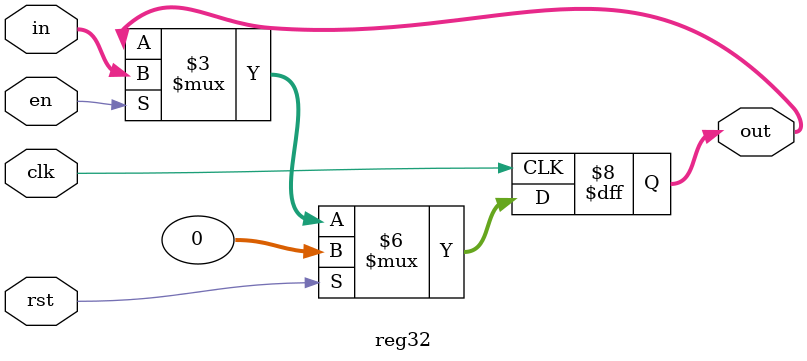
<source format=v>
module reg32(clk, rst, en, in, out);
	input clk, rst, en;
	input[31:0] in;
	output reg[31:0] out;
	always@(posedge clk)
	begin
		if(rst)
			out <= 32'b0;
		else if(en)
			out <= in;
		else
			out <= out;
	end
endmodule

</source>
